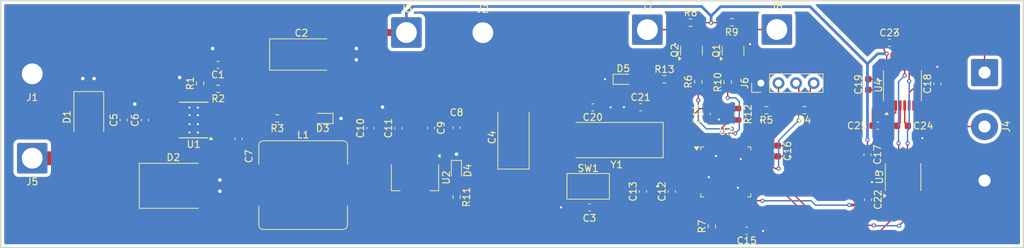
<source format=kicad_pcb>
(kicad_pcb (version 20240108) (generator "pcbnew") (generator_version "8.0")
  (layers (0 "F.Cu" signal) (31 "B.Cu" signal) (34 "B.Paste" user) (35 "F.Paste" user) (36 "B.SilkS" user "B.Silkscreen") (37 "F.SilkS" user "F.Silkscreen") (38 "B.Mask" user) (39 "F.Mask" user) (44 "Edge.Cuts" user))
  (net 0 "")
  (net 1 "+3.3В")
  (net 2 "GND")
  (net 3 "Net-(U1-BOOT)")
  (net 4 "Net-(D2-K)")
  (net 5 "VIN")
  (net 6 "+5В")
  (net 7 "Net-(U3-VDDA)")
  (net 8 "Net-(U3-PD0)")
  (net 9 "Net-(U3-PD1)")
  (net 10 "Net-(U4-C1-)")
  (net 11 "Net-(U4-C1+)")
  (net 12 "Net-(U4-C2-)")
  (net 13 "Net-(U4-C2+)")
  (net 14 "Net-(U4-VS+)")
  (net 15 "Net-(U4-VS-)")
  (net 16 "NRST")
  (net 17 "Net-(D3-A)")
  (net 18 "Net-(D4-A)")
  (net 19 "Net-(D5-A)")
  (net 20 "/SWDIO")
  (net 21 "/SWCLK")
  (net 22 "Net-(Q1-B)")
  (net 23 "Net-(Q2-B)")
  (net 24 "Net-(U1-VSENSE)")
  (net 25 "Net-(U3-BOOT0)")
  (net 26 "Net-(U3-PC13)")
  (net 27 "Net-(U3-PB2)")
  (net 28 "LED_LINE1")
  (net 29 "LED_LINE2")
  (net 30 "ENA")
  (net 34 "RX232_TxD")
  (net 46 "RX232_RxD")
  (net 64 "Net-(U4-T1IN)")
  (net 67 "Net-(U4-R1OUT)")
  (net 68 "Net-(J7-Pin_1)")
  (net 69 "Net-(J8-Pin_1)")
  (net 70 "/TxD")
  (net 71 "/RxD")
  (footprint "Resistor_SMD:R_0603_1608Metric" (layer "F.Cu") (at 101.092 90.6018 90)
    (property "Reference" "R1")
    (property "Value" "3.24 кОм")
  )
  (footprint "LED_SMD:LED_0603_1608Metric" (layer "F.Cu") (at 138.049 103.2257 -90)
    (property "Reference" "D4")
    (property "Value" "LED")
  )
  (footprint "Package_QFP:LQFP-48_7x7mm_P0.5mm" (layer "F.Cu") (at 176.8822 103.4)
    (property "Reference" "U3")
    (property "Value" "STM32F103C8Tx")
  )
  (footprint "Resistor_SMD:R_0603_1608Metric" (layer "F.Cu") (at 177.7458 81.7846 180)
    (property "Reference" "R9")
    (property "Value" "1 кОм")
  )
  (footprint "Capacitor_SMD:C_0603_1608Metric" (layer "F.Cu") (at 164.9442 106.2318 90)
    (property "Reference" "C13")
    (property "Value" "100 нФ")
  )
  (footprint "Resistor_SMD:R_0603_1608Metric" (layer "F.Cu") (at 103.695 91.3892 180)
    (property "Reference" "R2")
    (property "Value" "10 кОм")
  )
  (footprint "LED_SMD:LED_0603_1608Metric" (layer "F.Cu") (at 118.7704 95.6818 180)
    (property "Reference" "D3")
    (property "Value" "LED")
  )
  (footprint "Package_TO_SOT_SMD:SOT-23" (layer "F.Cu") (at 171.9444 85.8763 90)
    (property "Reference" "Q2")
    (property "Value" "S8550")
  )
  (footprint "Resistor_SMD:R_0603_1608Metric" (layer "F.Cu") (at 168.043 90.0142)
    (property "Reference" "R13")
    (property "Value" "1 кОм")
  )
  (footprint "Resistor_SMD:R_0603_1608Metric" (layer "F.Cu") (at 178.6602 95.0688 -90)
    (property "Reference" "R12")
    (property "Value" "10 кОм")
  )
  (footprint "Capacitor_SMD:C_0603_1608Metric" (layer "F.Cu") (at 197.4423 90.7688 90)
    (property "Reference" "C19")
    (property "Value" "100 нФ")
  )
  (footprint "Capacitor_SMD:C_0603_1608Metric" (layer "F.Cu") (at 138.0865 97.0026 -90)
    (property "Reference" "C8")
    (property "Value" "100 нФ")
  )
  (footprint "Package_SO:TSSOP-16_4.4x5mm_P0.65mm" (layer "F.Cu") (at 202.3569 90.9396 90)
    (property "Reference" "U4")
    (property "Value" "MAX3232")
  )
  (footprint "Capacitor_SMD:C_0603_1608Metric" (layer "F.Cu") (at 174.139 95.0434 90)
    (property "Reference" "C14")
    (property "Value" "10 мкФ")
  )
  (footprint "Capacitor_SMD:C_0603_1608Metric" (layer "F.Cu") (at 93.1418 95.9104 90)
    (property "Reference" "C6")
    (property "Value" "4.7 мкФ")
  )
  (footprint "Capacitor_SMD:C_0603_1608Metric" (layer "F.Cu") (at 202.3699 96.7405)
    (property "Reference" "C24")
    (property "Value" "100 нФ")
  )
  (footprint "Resistor_SMD:R_0603_1608Metric" (layer "F.Cu") (at 174.879 111.2774 90)
    (property "Reference" "R7")
    (property "Value" "10 кОм")
  )
  (footprint "Package_SO:TI_SO-PowerPAD-8_ThermalVias" (layer "F.Cu") (at 100.168 95.907 180)
    (property "Reference" "U1")
    (property "Value" "TPS5430DDA")
  )
  (footprint "Capacitor_SMD:C_0603_1608Metric" (layer "F.Cu") (at 129.6791 97.0788 90)
    (property "Reference" "C11")
    (property "Value" "100 нФ")
  )
  (footprint "Capacitor_SMD:C_0603_1608Metric" (layer "F.Cu") (at 197.327901 100.9061 -90)
    (property "Reference" "C17")
    (property "Value" "100 нФ")
  )
  (footprint "Capacitor_SMD:C_0603_1608Metric" (layer "F.Cu") (at 197.404101 107.4085 -90)
    (property "Reference" "C22")
    (property "Value" "100 нФ")
  )
  (footprint "Capacitor_Tantalum_SMD:CP_EIA-7343-43_Kemet-X_Pad2.25x2.55mm_HandSolder" (layer "F.Cu") (at 115.697 86.4362)
    (property "Reference" "C2")
    (property "Value" "1000 мкФ")
  )
  (footprint "Diode_SMD:D_SMB" (layer "F.Cu") (at 85.0392 95.4532 -90)
    (property "Reference" "D1")
    (property "Value" "SMBJ30CA")
  )
  (footprint "Resistor_SMD:R_0603_1608Metric" (layer "F.Cu") (at 177.1616 90.446 90)
    (property "Reference" "R10")
    (property "Value" "3 кОм")
  )
  (footprint "Capacitor_SMD:C_0603_1608Metric" (layer "F.Cu") (at 184.3752 100.3774 -90)
    (property "Reference" "C16")
    (property "Value" "10 мкФ")
  )
  (footprint "Package_TO_SOT_SMD:SOT-223-3_TabPin2" (layer "F.Cu") (at 132.08 104.2162 -90)
    (property "Reference" "U2")
    (property "Value" "AMS1117-3.3")
  )
  (footprint "Connector_PinHeader_2.54mm:PinHeader_1x04_P2.54mm_Vertical" (layer "F.Cu") (at 181.9468 90.573 90)
    (property "Reference" "J6")
    (property "Value" "Отладка SWD")
  )
  (footprint "Button_Switch_SMD:SW_SPST_CK_RS282G05A3" (layer "F.Cu") (at 157.0448 105.4828)
    (property "Reference" "SW1")
    (property "Value" "SW_Push")
  )
  (footprint "Connector_Wire:SolderWire-2.5sqmm_1x01_D2.4mm_OD4.4mm" (layer "F.Cu") (at 141.859 83.2866)
    (property "Reference" "J2")
    (property "Value" "-Пит. панель")
  )
  (footprint "Capacitor_SMD:C_0603_1608Metric" (layer "F.Cu") (at 179.9048 111.909 180)
    (property "Reference" "C15")
    (property "Value" "10 мкФ")
  )
  (footprint "Capacitor_SMD:C_0603_1608Metric" (layer "F.Cu") (at 134.4035 97.0534 -90)
    (property "Reference" "C9")
    (property "Value" "10 мкФ")
  )
  (footprint "Resistor_SMD:R_0603_1608Metric" (layer "F.Cu") (at 112.2172 95.6818 180)
    (property "Reference" "R3")
    (property "Value" "3 кОм")
  )
  (footprint "Capacitor_SMD:C_0603_1608Metric" (layer "F.Cu") (at 200.5033 84.736)
    (property "Reference" "C23")
    (property "Value" "100 нФ")
  )
  (footprint "Capacitor_SMD:C_0603_1608Metric" (layer "F.Cu") (at 207.3991 90.6699 90)
    (property "Reference" "C18")
    (property "Value" "100 нФ")
  )
  (footprint "Capacitor_SMD:C_0603_1608Metric" (layer "F.Cu") (at 157.7052 94.0782 180)
    (property "Reference" "C20")
    (property "Value" "20 пФ")
  )
  (footprint "Connector_Wire:SolderWire-2.5sqmm_1x01_D2.4mm_OD4.4mm" (layer "F.Cu") (at 130.8354 83.2612)
    (property "Reference" "J3")
    (property "Value" "+Пит. панель")
  )
  (footprint "Capacitor_SMD:C_0603_1608Metric" (layer "F.Cu") (at 90.0684 95.9104 90)
    (property "Reference" "C5")
    (property "Value" "4.7 мкФ")
  )
  (footprint "Diode_SMD:D_SMC" (layer "F.Cu") (at 97.2312 105.41)
    (property "Reference" "D2")
    (property "Value" "B340A")
  )
  (footprint "Resistor_SMD:R_0603_1608Metric" (layer "F.Cu") (at 172.9198 90.3576 90)
    (property "Reference" "R6")
    (property "Value" "3 кОм")
  )
  (footprint "Resistor_SMD:R_0603_1608Metric" (layer "F.Cu") (at 138.0744 107.0356 -90)
    (property "Reference" "R11")
    (property "Value" "1 кОм")
  )
  (footprint "Capacitor_SMD:C_0603_1608Metric" (layer "F.Cu") (at 106.6292 98.6282 -90)
    (property "Reference" "C7")
    (property "Value" "0.01 мкФ")
  )
  (footprint "Package_TO_SOT_SMD:SOT-23" (layer "F.Cu") (at 177.9338 85.8971 90)
    (property "Reference" "Q1")
    (property "Value" "S8550")
  )
  (footprint "Capacitor_SMD:C_0603_1608Metric" (layer "F.Cu") (at 125.6405 97.0788 90)
    (property "Reference" "C10")
    (property "Value" "10 мкФ")
  )
  (footprint "Resistor_SMD:R_0603_1608Metric" (layer "F.Cu") (at 188.236 94.4846 180)
    (property "Reference" "R4")
    (property "Value" "10 кОм")
  )
  (footprint "Connector_Wire:SolderWire-1sqmm_1x03_P7.8mm_D1.4mm_OD3.9mm" (layer "F.Cu") (at 214.1982 89.0502 -90)
    (property "Reference" "J4")
    (property "Value" "RS232 Выходы")
  )
  (footprint "Capacitor_Tantalum_SMD:CP_EIA-7343-43_Kemet-X_Pad2.25x2.55mm_HandSolder" (layer "F.Cu") (at 146.2786 98.4091 90)
    (property "Reference" "C4")
    (property "Value" "470 мкФ")
  )
  (footprint "LED_SMD:LED_0603_1608Metric" (layer "F.Cu") (at 162.1247 90.0142)
    (property "Reference" "D5")
    (property "Value" "LED")
  )
  (footprint "Capacitor_SMD:C_0603_1608Metric" (layer "F.Cu") (at 169.1098 106.2318 90)
    (property "Reference" "C12")
    (property "Value" "10 мкФ" (hide yes))
  )
  (footprint "Resistor_SMD:R_0603_1608Metric" (layer "F.Cu") (at 171.8154 81.8354)
    (property "Reference" "R8")
    (property "Value" "1 кОм")
  )
  (footprint "Connector_Wire:SolderWire-2.5sqmm_1x01_D2.4mm_OD4.4mm" (layer "F.Cu") (at 76.8858 89.2302 180)
    (property "Reference" "J1")
    (property "Value" "Земля БС")
  )
  (footprint "Capacitor_SMD:C_0603_1608Metric" (layer "F.Cu") (at 157.2226 108.5308)
    (property "Reference" "C3")
    (property "Value" "10 нФ")
  )
  (footprint "Capacitor_SMD:C_0603_1608Metric" (layer "F.Cu") (at 198.8009 96.7151)
    (property "Reference" "C25")
    (property "Value" "100 нФ")
  )
  (footprint "Resistor_SMD:R_0603_1608Metric" (layer "F.Cu") (at 182.7496 94.4846 180)
    (property "Reference" "R5")
    (property "Value" "10 кОм")
  )
  (footprint "Inductor_SMD:L_Bourns_SRR1260" (layer "F.Cu") (at 115.951 105.3084)
    (property "Reference" "L1")
    (property "Value" "22 мкГн")
  )
  (footprint "Connector_Wire:SolderWire-2.5sqmm_1x01_D2.4mm_OD4.4mm" (layer "F.Cu") (at 76.8858 101.4222 180)
    (property "Reference" "J5")
    (property "Value" "Питание БС")
  )
  (footprint "Connector_Wire:SolderWire-2.5sqmm_1x01_D2.4mm_OD4.4mm" (layer "F.Cu") (at 165.5792 82.8514)
    (property "Reference" "J7")
    (property "Value" "Линия 2")
  )
  (footprint "Capacitor_SMD:C_0603_1608Metric" (layer "F.Cu") (at 103.6574 87.9348 180)
    (property "Reference" "C1")
    (property "Value" "220 мкФ")
  )
  (footprint "Connector_Wire:SolderWire-2.5sqmm_1x01_D2.4mm_OD4.4mm" (layer "F.Cu") (at 184.2482 82.826)
    (property "Reference" "J8")
    (property "Value" "Линия 1")
  )
  (footprint "Package_SO:SOIC-8_3.9x4.9mm_P1.27mm" (layer "F.Cu") (at 202.447501 104.1573 90)
    (property "Reference" "U5")
    (property "Value" "ADuM1201AR")
  )
  (footprint "Capacitor_SMD:C_0603_1608Metric" (layer "F.Cu") (at 164.614 94.0528)
    (property "Reference" "C21")
    (property "Value" "20 пФ")
  )
  (footprint "Crystal:Crystal_SMD_HC49-SD" (layer "F.Cu") (at 161.1596 98.8026 180)
    (property "Reference" "Y1")
    (property "Value" "8 МГц")
  )
  (gr_rect (start 72.3392 78.6638) (end 219.8116 114.3508) (stroke (width 0.2)) (fill none) (layer "Edge.Cuts"))
  (segment (start 189.0742 91.0656) (end 189.0742 94.4714) (width 0.2) (layer "F.Cu") (net 1))
  (segment (start 173.1606 94.2438) (end 178.6602 94.2438) (width 0.2) (layer "F.Cu") (net 1))
  (segment (start 172.0816 95.3228) (end 173.1606 94.2438) (width 0.2) (layer "F.Cu") (net 1))
  (segment (start 186.8012 99.6024) (end 189.061 97.3426) (width 0.2) (layer "F.Cu") (net 1))
  (segment (start 174.1322 100.609529) (end 174.139 100.616329) (width 0.2) (layer "F.Cu") (net 1))
  (segment (start 179.6322 107.5625) (end 179.6322 109.6924) (width 0.2) (layer "F.Cu") (net 1))
  (segment (start 181.0447 100.65) (end 182.35 100.65) (width 0.2) (layer "F.Cu") (net 1))
  (segment (start 132.08 101.0662) (end 132.08 107.3662) (width 0.5) (layer "F.Cu") (net 1))
  (segment (start 146.2786 102.6091) (end 146.2786 107.7722) (width 0.5) (layer "F.Cu") (net 1))
  (segment (start 189.5668 90.573) (end 189.0742 91.0656) (width 0.2) (layer "F.Cu") (net 1))
  (segment (start 182.1623 107.5625) (end 182.1688 107.569) (width 0.2) (layer "F.Cu") (net 1))
  (segment (start 173.3801 99.2375) (end 172.0816 97.939) (width 0.2) (layer "F.Cu") (net 1))
  (segment (start 194.691 108.1786) (end 194.691 108.1278) (width 0.2) (layer "F.Cu") (net 1))
  (segment (start 179.6322 107.5625) (end 182.1623 107.5625) (width 0.2) (layer "F.Cu") (net 1))
  (segment (start 179.6322 105.6166) (end 176.5266 102.511) (width 0.2) (layer "F.Cu") (net 1))
  (segment (start 146.2786 107.7722) (end 150.6088 112.1024) (width 0.5) (layer "F.Cu") (net 1))
  (segment (start 194.7467 108.1835) (end 194.7418 108.1786) (width 0.2) (layer "F.Cu") (net 1))
  (segment (start 150.6088 112.1024) (end 174.879 112.1024) (width 0.5) (layer "F.Cu") (net 1))
  (segment (start 132.08 97.0401) (end 132.08 101.0662) (width 0.5) (layer "F.Cu") (net 1))
  (segment (start 189.0742 94.4714) (end 189.061 94.4846) (width 0.2) (layer "F.Cu") (net 1))
  (segment (start 189.061 94.4846) (end 189.061 97.3426) (width 0.2) (layer "F.Cu") (net 1))
  (segment (start 197.404101 108.1835) (end 200.3249 108.1835) (width 0.2) (layer "F.Cu") (net 1))
  (segment (start 174.139 101.5712) (end 175.0788 102.511) (width 0.2) (layer "F.Cu") (net 1))
  (segment (start 179.1298 111.909) (end 175.0724 111.909) (width 0.2) (layer "F.Cu") (net 1))
  (segment (start 138.0865 96.2276) (end 141.719 96.2276) (width 0.5) (layer "F.Cu") (net 1))
  (segment (start 179.6322 109.6924) (end 179.1298 110.1948) (width 0.2) (layer "F.Cu") (net 1))
  (segment (start 132.5744 107.8606) (end 132.08 107.3662) (width 0.2) (layer "F.Cu") (net 1))
  (segment (start 194.7418 108.1786) (end 194.691 108.1786) (width 0.2) (layer "F.Cu") (net 1))
  (segment (start 141.719 96.2276) (end 146.2786 100.7872) (width 0.5) (layer "F.Cu") (net 1))
  (segment (start 178.3427 100.6949) (end 176.5266 102.511) (width 0.2) (layer "F.Cu") (net 1))
  (segment (start 184.3752 99.6024) (end 186.8012 99.6024) (width 0.2) (layer "F.Cu") (net 1))
  (segment (start 174.1322 99.2375) (end 173.3801 99.2375) (width 0.2) (layer "F.Cu") (net 1))
  (segment (start 197.404101 108.1835) (end 194.7467 108.1835) (width 0.4) (layer "F.Cu") (net 1))
  (segment (start 181.0447 100.65) (end 178.3876 100.65) (width 0.2) (layer "F.Cu") (net 1))
  (segment (start 174.1322 99.2375) (end 174.1322 100.609529) (width 0.2) (layer "F.Cu") (net 1))
  (segment (start 200.3249 108.1835) (end 200.542501 107.965899) (width 0.2) (layer "F.Cu") (net 1))
  (segment (start 179.6322 107.5625) (end 179.6322 105.6166) (width 0.2) (layer "F.Cu") (net 1))
  (segment (start 146.2786 100.7872) (end 146.2786 102.6091) (width 0.5) (layer "F.Cu") (net 1))
  (segment (start 183.3976 99.6024) (end 184.3752 99.6024) (width 0.2) (layer "F.Cu") (net 1))
  (segment (start 174.139 100.616329) (end 174.139 101.5712) (width 0.2) (layer "F.Cu") (net 1))
  (segment (start 138.0744 107.8606) (end 132.5744 107.8606) (width 0.2) (layer "F.Cu") (net 1))
  (segment (start 175.0724 111.909) (end 174.879 112.1024) (width 0.2) (layer "F.Cu") (net 1))
  (segment (start 179.1298 110.1948) (end 179.1298 111.909) (width 0.2) (layer "F.Cu") (net 1))
  (segment (start 134.4543 96.2276) (end 134.4035 96.2784) (width 0.2) (layer "F.Cu") (net 1))
  (segment (start 172.0816 97.939) (end 172.0816 95.3228) (width 0.2) (layer "F.Cu") (net 1))
  (segment (start 132.8417 96.2784) (end 134.4035 96.2784) (width 0.5) (layer "F.Cu") (net 1))
  (segment (start 200.542501 107.965899) (end 200.542501 106.6323) (width 0.2) (layer "F.Cu") (net 1))
  (segment (start 182.35 100.65) (end 183.3976 99.6024) (width 0.2) (layer "F.Cu") (net 1))
  (segment (start 178.3876 100.65) (end 178.3427 100.6949) (width 0.2) (layer "F.Cu") (net 1))
  (segment (start 132.08 97.0401) (end 132.8417 96.2784) (width 0.5) (layer "F.Cu") (net 1))
  (segment (start 175.0788 102.511) (end 176.5266 102.511) (width 0.2) (layer "F.Cu") (net 1))
  (segment (start 138.0865 96.2276) (end 134.4543 96.2276) (width 0.5) (layer "F.Cu") (net 1))
  (segment (start 194.691 108.1278) (end 194.7418 108.1786) (width 0.2) (layer "F.Cu") (net 1))
  (via (at 182.1688 107.569) (size 0.6) (drill 0.3) (layers "F.Cu" "B.Cu") (net 1))
  (via (at 194.691 108.1786) (size 0.6) (drill 0.3) (layers "F.Cu" "B.Cu") (net 1))
  (segment (start 189.8396 108.204) (end 194.6656 108.204) (width 0.2) (layer "B.Cu") (net 1))
  (segment (start 194.6656 108.204) (end 194.691 108.1786) (width 0.2) (layer "B.Cu") (net 1))
  (segment (start 189.2046 107.569) (end 189.8396 108.204) (width 0.2) (layer "B.Cu") (net 1))
  (segment (start 182.1688 107.569) (end 189.2046 107.569) (width 0.2) (layer "B.Cu") (net 1))
  (segment (start 174.6322 100.261) (end 174.6322 99.2375) (width 0.2) (layer "F.Cu") (net 2))
  (segment (start 146.2786 94.2091) (end 143.7899 94.2091) (width 1) (layer "F.Cu") (net 2))
  (segment (start 204.352501 101.6823) (end 204.352501 102.987499) (width 0.2) (layer "F.Cu") (net 2))
  (segment (start 102.8824 87.9348) (end 102.8824 85.5856) (width 0.5) (layer "F.Cu") (net 2))
  (segment (start 204.352501 102.987499) (end 204.0463 103.2937) (width 0.2) (layer "F.Cu") (net 2))
  (segment (start 138.049 100.8501) (end 138.0611 100.838) (width 0.2) (layer "F.Cu") (net 2))
  (segment (start 91.6686 95.1354) (end 93.1418 95.1354) (width 0.5) (layer "F.Cu") (net 2))
  (segment (start 127.3931 94.0308) (end 127.3931 96.2784) (width 0.5) (layer "F.Cu") (net 2))
  (segment (start 186.1018 101.1524) (end 186.0894 101.1524) (width 0.2) (layer "F.Cu") (net 2))
  (segment (start 197.9757 104.8685) (end 197.9676 104.8766) (width 0.2) (layer "F.Cu") (net 2))
  (segment (start 138.0611 97.8538) (end 138.0357 97.8284) (width 0.2) (layer "F.Cu") (net 2))
  (segment (start 97.533 95.207) (end 97.468 95.272) (width 0.2) (layer "F.Cu") (net 2))
  (segment (start 201.2783 84.736) (end 201.2783 83.3795) (width 0.2) (layer "F.Cu") (net 2))
  (segment (start 85.0392 89.916) (end 85.8012 89.916) (width 2) (layer "F.Cu") (net 2))
  (segment (start 174.4438 104.162) (end 174.4558 104.15) (width 0.2) (layer "F.Cu") (net 2))
  (segment (start 167.0276 105.4568) (end 169.1098 105.4568) (width 0.2) (layer "F.Cu") (net 2))
  (segment (start 197.9503 104.8685) (end 197.378701 105.440099) (width 0.2) (layer "F.Cu") (net 2))
  (segment (start 99.568 95.207) (end 97.533 95.207) (width 0.5) (layer "F.Cu") (net 2))
  (segment (start 200.7319 88.0771) (end 200.7319 86.3135) (width 0.2) (layer "F.Cu") (net 2))
  (segment (start 186.077 101.1524) (end 186.1024 101.1648) (width 0.2) (layer "F.Cu") (net 2))
  (segment (start 197.912101 103.2937) (end 198.724901 103.2937) (width 0.2) (layer "F.Cu") (net 2))
  (segment (start 197.327901 102.7095) (end 197.912101 103.2937) (width 0.2) (layer "F.Cu") (net 2))
  (segment (start 174.139 95.8184) (end 175.8792 95.8184) (width 0.2) (layer "F.Cu") (net 2))
  (segment (start 181.9246 95.9456) (end 181.9246 94.4846) (width 0.2) (layer "F.Cu") (net 2))
  (segment (start 101.092 89.7768) (end 98.1588 89.7768) (width 0.5) (layer "F.Cu") (net 2))
  (segment (start 198.7982 89.9938) (end 200.4304 89.9938) (width 0.2) (layer "F.Cu") (net 2))
  (segment (start 166.9756 105.4568) (end 167.0016 105.4828) (width 0.2) (layer "F.Cu") (net 2))
  (segment (start 182.2416 111.909) (end 182.267 111.9344) (width 0.2) (layer "F.Cu") (net 2))
  (segment (start 134.4035 97.8284) (end 138.0357 97.8284) (width 0.5) (layer "F.Cu") (net 2))
  (segment (start 91.694 93.599) (end 91.694 93.599) (width 0.2) (layer "F.Cu") (net 2))
  (segment (start 138.049 102.4382) (end 138.049 100.8501) (width 0.2) (layer "F.Cu") (net 2))
  (segment (start 184.3752 101.1524) (end 186.077 101.1524) (width 0.2) (layer "F.Cu") (net 2))
  (segment (start 181.0447 101.15) (end 179.437 101.15) (width 0.2) (layer "F.Cu") (net 2))
  (segment (start 204.352501 105.165501) (end 204.0555 104.8685) (width 0.2) (layer "F.Cu") (net 2))
  (segment (start 84.1756 89.916) (end 85.0392 89.916) (width 2) (layer "F.Cu") (net 2))
  (segment (start 102.8824 85.5856) (end 102.8954 85.5726) (width 0.2) (layer "F.Cu") (net 2))
  (segment (start 197.404101 106.6335) (end 197.404101 106.6211) (width 0.2) (layer "F.Cu") (net 2))
  (segment (start 205.232 98.5266) (end 205.232 98.552) (width 0.2) (layer "F.Cu") (net 2))
  (segment (start 197.327901 101.6811) (end 197.327901 102.7095) (width 0.2) (layer "F.Cu") (net 2))
  (segment (start 177.9338 84.9596) (end 180.3874 84.9596) (width 0.2) (layer "F.Cu") (net 2))
  (segment (start 85.8012 89.916) (end 85.0392 89.9414) (width 2) (layer "F.Cu") (net 2))
  (segment (start 127.3931 96.2784) (end 127.4185 96.3038) (width 0.2) (layer "F.Cu") (net 2))
  (segment (start 205.232 98.552) (end 211.3302 104.6502) (width 0.2) (layer "F.Cu") (net 2))
  (segment (start 123.571 85.5472) (end 123.571 86.4108) (width 2) (layer "F.Cu") (net 2))
  (segment (start 198.7885 89.9841) (end 198.7982 89.9938) (width 0.2) (layer "F.Cu") (net 2))
  (segment (start 119.5579 95.6818) (end 121.412 95.6818) (width 0.5) (layer "F.Cu") (net 2))
  (segment (start 180.6798 111.909) (end 182.2416 111.909) (width 0.2) (layer "F.Cu") (net 2))
  (segment (start 127.4185 96.3038) (end 129.6791 96.3038) (width 0.5) (layer "F.Cu") (net 2))
  (segment (start 200.7319 89.6923) (end 200.7319 88.0771) (width 0.2) (layer "F.Cu") (net 2))
  (segment (start 103.9159 105.4354) (end 103.9159 106.1974) (width 2) (layer "F.Cu") (net 2))
  (segment (start 141.859 92.2782) (end 141.859 83.2866) (width 1) (layer "F.Cu") (net 2))
  (segment (start 201.2783 83.3795) (end 201.3031 83.3547) (width 0.2) (layer "F.Cu") (net 2))
  (segment (start 198.7788 89.9938) (end 198.7885 89.9841) (width 0.2) (layer "F.Cu") (net 2))
  (segment (start 204.0463 103.2937) (end 198.724901 103.2937) (width 0.2) (layer "F.Cu") (net 2))
  (segment (start 123.571 86.4108) (end 123.571 87.1728) (width 2) (layer "F.Cu") (net 2))
  (segment (start 91.6686 93.6244) (end 91.6686 93.6244) (width 0.2) (layer "F.Cu") (net 2))
  (segment (start 175.4852 101.114) (end 174.6322 100.261) (width 0.2) (layer "F.Cu") (net 2))
  (segment (start 91.6686 93.6244) (end 91.6686 93.599) (width 0.2) (layer "F.Cu") (net 2))
  (segment (start 163.839 94.0528) (end 162.201 94.0528) (width 0.2) (layer "F.Cu") (net 2))
  (segment (start 171.9444 84.9388) (end 169.597 84.9388) (width 0.2) (layer "F.Cu") (net 2))
  (segment (start 160.2706 94.0782) (end 160.3214 94.0782) (width 0.2) (layer "F.Cu") (net 2))
  (segment (start 211.3302 104.6502) (end 214.1982 104.6502) (width 0.2) (layer "F.Cu") (net 2))
  (segment (start 181.9246 95.9456) (end 181.9622 95.9832) (width 0.2) (layer "F.Cu") (net 2))
  (segment (start 182.2924 111.909) (end 182.3432 111.909) (width 0.2) (layer "F.Cu") (net 2))
  (segment (start 204.0555 104.8685) (end 197.9757 104.8685) (width 0.2) (layer "F.Cu") (net 2))
  (segment (start 179.1322 106.1834) (end 178.6348 105.686) (width 0.2) (layer "F.Cu") (net 2))
  (segment (start 134.4035 97.8284) (end 134.4035 101.0427) (width 0.5) (layer "F.Cu") (net 2))
  (segment (start 153.1448 105.4828) (end 153.1448 108.5192) (width 0.2) (layer "F.Cu") (net 2))
  (segment (start 169.597 84.9388) (end 169.5924 84.9342) (width 0.2) (layer "F.Cu") (net 2))
  (segment (start 181.9622 95.9832) (end 181.9622 96.0086) (width 0.2) (layer "F.Cu") (net 2))
  (segment (start 167.0016 105.4828) (end 167.0276 105.4568) (width 0.2) (layer "F.Cu") (net 2))
  (segment (start 204.352501 106.6323) (end 204.352501 105.165501) (width 0.2) (layer "F.Cu") (net 2))
  (segment (start 201.3031 83.3547) (end 201.2783 83.3299) (width 0.2) (layer "F.Cu") (net 2))
  (segment (start 197.404101 106.6211) (end 197.378701 106.5957) (width 0.2) (layer "F.Cu") (net 2))
  (segment (start 174.4318 104.15) (end 174.4438 104.162) (width 0.2) (layer "F.Cu") (net 2))
  (segment (start 205.232 98.5266) (end 205.2066 98.552) (width 0.4) (layer "F.Cu") (net 2))
  (segment (start 91.6686 93.599) (end 91.694 93.599) (width 0.2) (layer "F.Cu") (net 2))
  (segment (start 201.2783 85.7671) (end 201.2783 84.736) (width 0.2) (layer "F.Cu") (net 2))
  (segment (start 197.9676 104.8766) (end 197.9595 104.8685) (width 0.2) (layer "F.Cu") (net 2))
  (segment (start 207.3991 88.2061) (end 207.391 88.2142) (width 0.5) (layer "F.Cu") (net 2))
  (segment (start 201.2783 83.3299) (end 201.2783 83.2791) (width 0.2) (layer "F.Cu") (net 2))
  (segment (start 207.3991 88.2223) (end 207.3991 89.8949) (width 0.2) (layer "F.Cu") (net 2))
  (segment (start 180.3874 84.9596) (end 180.4128 84.9596) (width 0.2) (layer "F.Cu") (net 2))
  (segment (start 91.6686 95.1354) (end 91.6686 93.6244) (width 0.5) (layer "F.Cu") (net 2))
  (segment (start 85.0392 93.3032) (end 85.0392 89.9414) (width 2) (layer "F.Cu") (net 2))
  (segment (start 100.5287 105.4354) (end 103.8905 105.4354) (width 2) (layer "F.Cu") (net 2))
  (segment (start 172.7197 104.15) (end 174.4318 104.15) (width 0.2) (layer "F.Cu") (net 2))
  (segment (start 197.4423 89.9938) (end 198.7788 89.9938) (width 0.2) (layer "F.Cu") (net 2))
  (segment (start 125.6405 96.3038) (end 127.4185 96.3038) (width 0.5) (layer "F.Cu") (net 2))
  (segment (start 161.3372 90.0142) (end 159.4832 90.0142) (width 0.2) (layer "F.Cu") (net 2))
  (segment (start 138.0611 100.838) (end 138.0611 97.8538) (width 0.5) (layer "F.Cu") (net 2))
  (segment (start 200.7319 86.3135) (end 201.2783 85.7671) (width 0.2) (layer "F.Cu") (net 2))
  (segment (start 197.9595 104.8685) (end 197.9503 104.8685) (width 0.2) (layer "F.Cu") (net 2))
  (segment (start 179.1322 107.5625) (end 179.1322 106.1834) (width 0.2) (layer "F.Cu") (net 2))
  (segment (start 153.1448 108.5192) (end 153.1332 108.5308) (width 0.2) (layer "F.Cu") (net 2))
  (segment (start 98.1588 89.7768) (end 98.1456 89.7636) (width 0.2) (layer "F.Cu") (net 2))
  (segment (start 164.9442 105.4568) (end 166.9756 105.4568) (width 0.2) (layer "F.Cu") (net 2))
  (segment (start 186.1024 101.1648) (end 186.1018 101.1524) (width 0.2) (layer "F.Cu") (net 2))
  (segment (start 197.378701 105.440099) (end 197.378701 106.5957) (width 0.2) (layer "F.Cu") (net 2))
  (segment (start 179.437 101.15) (end 179.0412 101.5458) (width 0.2) (layer "F.Cu") (net 2))
  (segment (start 160.2706 94.0782) (end 158.4802 94.0782) (width 0.2) (layer "F.Cu") (net 2))
  (segment (start 204.352501 101.6823) (end 204.352501 99.406099) (width 0.2) (layer "F.Cu") (net 2))
  (segment (start 175.8792 95.8184) (end 175.8916 95.8308) (width 0.2) (layer "F.Cu") (net 2))
  (segment (start 143.7899 94.2091) (end 141.859 92.2782) (width 1) (layer "F.Cu") (net 2))
  (segment (start 153.1332 108.5308) (end 156.4476 108.5308) (width 0.2) (layer "F.Cu") (net 2))
  (segment (start 134.4035 101.0427) (end 134.38 101.0662) (width 0.2) (layer "F.Cu") (net 2))
  (segment (start 200.4304 89.9938) (end 200.7319 89.6923) (width 0.2) (layer "F.Cu") (net 2))
  (segment (start 174.4558 104.15) (end 174.4812 104.15) (width 0.2) (layer "F.Cu") (net 2))
  (segment (start 103.9159 104.5718) (end 103.9159 105.4354) (width 2) (layer "F.Cu") (net 2))
  (segment (start 204.352501 99.406099) (end 205.232 98.5266) (width 0.2) (layer "F.Cu") (net 2))
  (segment (start 120.1838 86.4108) (end 123.5456 86.4108) (width 2) (layer "F.Cu") (net 2))
  (segment (start 90.0684 95.1354) (end 91.6686 95.1354) (width 0.5) (layer "F.Cu") (net 2))
  (segment (start 182.267 111.9344) (end 182.2924 111.909) (width 0.2) (layer "F.Cu") (net 2))
  (segment (start 174.4812 104.15) (end 174.4946 104.1366) (width 0.2) (layer "F.Cu") (net 2))
  (segment (start 207.391 88.2142) (end 207.3991 88.2223) (width 0.5) (layer "F.Cu") (net 2))
  (via (at 167.0016 105.4828) (size 0.6) (drill 0.3) (layers "F.Cu" "B.Cu") (net 2))
  (via (at 178.6348 105.686) (size 0.6) (drill 0.3) (layers "F.Cu" "B.Cu") (net 2))
  (via (at 186.1024 101.1648) (size 0.6) (drill 0.3) (layers "F.Cu" "B.Cu") (net 2))
  (via (at 205.232 98.5266) (size 0.6) (drill 0.3) (layers "F.Cu" "B.Cu") (net 2))
  (via (at 198.7885 89.9841) (size 0.6) (drill 0.3) (layers "F.Cu" "B.Cu") (net 2))
  (via (at 175.4852 101.114) (size 0.6) (drill 0.3) (layers "F.Cu" "B.Cu") (net 2))
  (via (at 85.8012 89.916) (size 1) (drill 0.5) (layers "F.Cu" "B.Cu") (net 2))
  (via (at 123.6218 87.1982) (size 1) (drill 0.5) (layers "F.Cu" "B.Cu") (net 2))
  (via (at 91.6686 93.599) (size 1) (drill 0.5) (layers "F.Cu" "B.Cu") (net 2))
  (via (at 174.4438 104.162) (size 0.6) (drill 0.3) (layers "F.Cu" "B.Cu") (net 2))
  (via (at 179.0412 101.5458) (size 0.6) (drill 0.3) (layers "F.Cu" "B.Cu") (net 2))
  (via (at 162.201 94.0528) (size 0.6) (drill 0.3) (layers "F.Cu" "B.Cu") (net 2))
  (via (at 103.9368 104.5718) (size 1) (drill 0.5) (layers "F.Cu" "B.Cu") (net 2))
  (via (at 182.267 111.9344) (size 0.6) (drill 0.3) (layers "F.Cu" "B.Cu") (net 2))
  (via (at 175.8916 95.8308) (size 0.6) (drill 0.3) (layers "F.Cu" "B.Cu") (net 2))
  (via (at 197.9676 104.8766) (size 0.6) (drill 0.3) (layers "F.Cu" "B.Cu") (net 2))
  (via (at 102.8954 85.5726) (size 1) (drill 0.5) (layers "F.Cu" "B.Cu") (net 2))
  (via (at 84.1756 89.916) (size 1) (drill 0.5) (layers "F.Cu" "B.Cu") (net 2))
  (via (at 121.412 95.6818) (size 1) (drill 0.5) (layers "F.Cu" "B.Cu") (net 2))
  (via (at 159.4832 90.0142) (size 0.6) (drill 0.3) (layers "F.Cu" "B.Cu") (net 2))
  (via (at 103.9368 106.1974) (size 1) (drill 0.5) (layers "F.Cu" "B.Cu") (net 2))
  (via (at 180.3874 84.9596) (size 0.6) (drill 0.3) (layers "F.Cu" "B.Cu") (net 2))
  (via (at 153.1332 108.5308) (size 0.6) (drill 0.3) (layers "F.Cu" "B.Cu") (net 2))
  (via (at 181.9246 95.9456) (size 0.6) (drill 0.3) (layers "F.Cu" "B.Cu") (net 2))
  (via (at 169.5924 84.9342) (size 0.6) (drill 0.3) (layers "F.Cu" "B.Cu") (net 2))
  (via (at 138.0611 100.838) (size 1) (drill 0.5) (layers "F.Cu" "B.Cu") (net 2))
  (via (at 198.724901 103.2937) (size 0.6) (drill 0.3) (layers "F.Cu" "B.Cu") (net 2))
  (via (at 201.3031 83.3547) (size 0.6) (drill 0.3) (layers "F.Cu" "B.Cu") (net 2))
  (via (at 98.1456 89.7636) (size 1) (drill 0.5) (layers "F.Cu" "B.Cu") (net 2))
  (via (at 160.2706 94.0782) (size 0.6) (drill 0.3) (layers "F.Cu" "B.Cu") (net 2))
  (via (at 123.6218 85.5726) (size 1) (drill 0.5) (layers "F.Cu" "B.Cu") (net 2))
  (via (at 207.391 88.2142) (size 0.6) (drill 0.3) (layers "F.Cu" "B.Cu") (net 2))
  (via (at 127.3931 94.0308) (size 1) (drill 0.5) (layers "F.Cu" "B.Cu") (net 2))
  (segment (start 207.391 86.347) (end 204.3987 83.3547) (width 0.2) (layer "B.Cu") (net 2))
  (segment (start 205.232 98.5266) (end 207.391 96.3676) (width 0.2) (layer "B.Cu") (net 2))
  (segment (start 207.391 96.3676) (end 207.391 88.2142) (width 0.2) (layer "B.Cu") (net 2))
  (segment (start 204.3987 83.3547) (end 201.3031 83.3547) (width 0.2) (layer "B.Cu") (net 2))
  (segment (start 198.7885 89.9841) (end 198.724901 90.047699) (width 0.2) (layer "B.Cu") (net 2))
  (segment (start 207.391 88.2142) (end 207.391 86.347) (width 0.2) (layer "B.Cu") (net 2))
  (segment (start 198.724901 90.047699) (end 198.724901 103.2937) (width 0.2) (layer "B.Cu") (net 2))
  (segment (start 106.6292 97.8532) (end 102.9092 97.8532) (width 0.5) (layer "F.Cu") (net 3))
  (segment (start 106.6168 99.4156) (end 106.6292 99.4032) (width 0.5) (layer "F.Cu") (net 4))
  (segment (start 106.6292 103.378) (end 106.6292 99.4032) (width 0.5) (layer "F.Cu") (net 4))
  (segment (start 97.4852 99.4156) (end 106.6168 99.4156) (width 0.5) (layer "F.Cu") (net 4))
  (segment (start 111.101 105.3084) (end 108.5596 105.3084) (width 0.5) (layer "F.Cu") (net 4))
  (segment (start 108.5596 105.3084) (end 106.6292 103.378) (width 0.5) (layer "F.Cu") (net 4))
  (segment (start 95.8342 99.4156) (end 97.4852 99.4156) (width 0.5) (layer "F.Cu") (net 4))
  (segment (start 97.468 97.812) (end 97.4804 97.8244) (width 0.5) (layer "F.Cu") (net 4))
  (segment (start 93.8312 105.41) (end 93.8312 101.4186) (width 0.5) (layer "F.Cu") (net 4))
  (segment (start 97.468 99.3984) (end 97.4852 99.4156) (width 0.5) (layer "F.Cu") (net 4))
  (segment (start 93.8312 101.4186) (end 95.8342 99.4156) (width 0.5) (layer "F.Cu") (net 4))
  (segment (start 97.468 97.812) (end 97.468 99.3984) (width 0.5) (layer "F.Cu") (net 4))
  (segment (start 90.0684 96.6854) (end 90.0554 96.6854) (width 0.5) (layer "F.Cu") (net 5))
  (segment (start 93.1418 96.6854) (end 90.0684 96.6854) (width 0.5) (layer "F.Cu") (net 5))
  (segment (start 97.468 96.542) (end 93.2852 96.542) (width 0.5) (layer "F.Cu") (net 5))
  (segment (start 93.2852 96.542) (end 93.1418 96.6854) (width 0.2) (layer "F.Cu") (net 5))
  (segment (start 89.1376 97.6032) (end 85.0392 97.6032) (width 0.5) (layer "F.Cu") (net 5))
  (segment (start 85.0392 101.4222) (end 85.0392 97.6032) (width 2) (layer "F.Cu") (net 5))
  (segment (start 90.0554 96.6854) (end 89.1376 97.6032) (width 0.5) (layer "F.Cu") (net 5))
  (segment (start 76.8858 101.4222) (end 85.0392 101.4222) (width 2) (layer "F.Cu") (net 5))
  (segment (start 111.497 89.5514) (end 113.8174 91.8718) (width 0.5) (layer "F.Cu") (net 6))
  (segment (start 125.6405 97.8538) (end 129.6791 97.8538) (width 0.5) (layer "F.Cu") (net 6))
  (segment (start 104.52 91.3892) (end 104.52 87.885) (width 0.5) (layer "F.Cu") (net 6))
  (segment (start 177.1108 81.8354) (end 174.7994 81.8354) (width 0.2) (layer "F.Cu") (net 6))
  (segment (start 124.0028 96.4692) (end 125.3874 97.8538) (width 0.5) (layer "F.Cu") (net 6))
  (segment (start 113.8174 91.8718) (end 122.5804 91.8718) (width 0.5) (layer "F.Cu") (net 6))
  (segment (start 174.774 81.8608) (end 174.7486 81.8354) (width 0.2) (layer "F.Cu") (net 6))
  (segment (start 120.801 105.3084) (end 120.801 100.8366) (width 0.5) (layer "F.Cu") (net 6))
  (segment (start 112.7252 83.2612) (end 130.8354 83.2612) (width 1) (layer "F.Cu") (net 6))
  (segment (start 111.497 84.4894) (end 112.7252 83.2612) (width 1) (layer "F.Cu") (net 6))
  (segment (start 200.3087 100.1311) (end 200.542501 100.364901) (width 0.2) (layer "F.Cu") (net 6))
  (segment (start 122.5804 91.8718) (end 124.0028 93.2942) (width 0.5) (layer "F.Cu") (net 6))
  (segment (start 111.3922 93.9678) (end 111.3922 95.6818) (width 0.5) (layer "F.Cu") (net 6))
  (segment (start 105.9688 86.4362) (end 111.497 86.4362) (width 0.5) (layer "F.Cu") (net 6))
  (segment (start 111.3922 98.489) (end 111.3922 95.6818) (width 0.5) (layer "F.Cu") (net 6))
  (segment (start 199.7283 84.736) (end 199.7283 85.8947) (width 0.2) (layer "F.Cu") (net 6))
  (segment (start 177.0854 81.8608) (end 177.1108 81.8354) (width 0.2) (layer "F.Cu") (net 6))
  (segment (start 129.6791 100.9653) (end 129.78 101.0662) (width 0.5) (layer "F.Cu") (net 6))
  (segment (start 111.497 86.4362) (end 111.497 84.4894) (width 1) (layer "F.Cu") (net 6))
  (segment (start 200.0819 86.3285) (end 200.0819 88.0771) (width 0.2) (layer "F.Cu") (net 6))
  (segment (start 104.52 87.885) (end 104.521 87.884) (width 0.5) (layer "F.Cu") (net 6))
  (segment (start 174.7486 81.8354) (end 172.6404 81.8354) (width 0.2) (layer "F.Cu") (net 6))
  (segment (start 200.0819 86.2483) (end 200.0819 86.3245) (width 0.2) (layer "F.Cu") (net 6))
  (segment (start 129.6791 97.8538) (end 129.6791 100.9653) (width 0.5) (layer "F.Cu") (net 6))
  (segment (start 197.3153 98.7471) (end 197.3407 98.7471) (width 0.2) (layer "F.Cu") (net 6))
  (segment (start 197.327901 100.1311) (end 200.3087 100.1311) (width 0.2) (layer "F.Cu") (net 6))
  (segment (start 197.327901 98.759899) (end 197.3153 98.7725) (width 0.2) (layer "F.Cu") (net 6))
  (segment (start 197.3407 98.7471) (end 197.3407 98.7471) (width 0.2) (layer "F.Cu") (net 6))
  (segment (start 200.0819 86.3245) (end 200.0839 86.3265) (width 0.2) (layer "F.Cu") (net 6))
  (segment (start 120.801 100.8366) (end 119.4308 99.4664) (width 0.5) (layer "F.Cu") (net 6))
  (segment (start 200.542501 100.364901) (end 200.542501 101.6823) (width 0.2) (layer "F.Cu") (net 6))
  (segment (start 197.3153 98.7725) (end 197.3153 98.7471) (width 0.2) (layer "F.Cu") (net 6))
  (segment (start 104.52 91.3892) (end 108.8136 91.3892) (width 0.5) (layer "F.Cu") (net 6))
  (segment (start 111.497 86.4362) (end 111.497 89.5514) (width 0.5) (layer "F.Cu") (net 6))
  (segment (start 200.0839 86.3265) (end 200.0819 86.3285) (width 0.2) (layer "F.Cu") (net 6))
  (segment (start 108.8136 91.3892) (end 111.3922 93.9678) (width 0.5) (layer "F.Cu") (net 6))
  (segment (start 174.7994 81.8354) (end 174.774 81.8608) (width 0.2) (layer "F.Cu") (net 6))
  (segment (start 112.3696 99.4664) (end 111.3922 98.489) (width 0.5) (layer "F.Cu") (net 6))
  (segment (start 104.521 87.884) (end 105.9688 86.4362) (width 0.5) (layer "F.Cu") (net 6))
  (segment (start 199.7283 85.8947) (end 200.0819 86.2483) (width 0.2) (layer "F.Cu") (net 6))
  (segment (start 124.0028 93.2942) (end 124.0028 96.4692) (width 0.5) (layer "F.Cu") (net 6))
  (segment (start 119.4308 99.4664) (end 112.3696 99.4664) (width 0.5) (layer "F.Cu") (net 6))
  (segment (start 197.327901 100.1311) (end 197.327901 98.759899) (width 0.2) (layer "F.Cu") (net 6))
  (segment (start 176.8954 81.8608) (end 177.0854 81.8608) (width 0.2) (layer "F.Cu") (net 6))
  (via (at 174.774 81.8608) (size 0.6) (drill 0.3) (layers "F.Cu" "B.Cu") (net 6))
  (via (at 197.3153 98.7471) (size 0.6) (drill 0.3) (layers "F.Cu" "B.Cu") (net 6))
  (via (at 200.0839 86.3265) (size 0.6) (drill 0.3) (layers "F.Cu" "B.Cu") (net 6))
  (segment (start 174.774 80.877) (end 173.399 79.502) (width 0.4) (layer "B.Cu") (net 6))
  (segment (start 200.0839 86.3265) (end 198.7885 86.3265) (width 0.4) (layer "B.Cu") (net 6))
  (segment (start 198.7885 86.3265) (end 197.3153 87.7997) (width 0.4) (layer "B.Cu") (net 6))
  (segment (start 131.7752 79.502) (end 130.8354 80.4418) (width 0.4) (layer "B.Cu") (net 6))
  (segment (start 189.043 79.5274) (end 197.3153 87.7997) (width 0.4) (layer "B.Cu") (net 6))
  (segment (start 174.774 81.8608) (end 174.774 80.877) (width 0.4) (layer "B.Cu") (net 6))
  (segment (start 174.774 80.877) (end 176.1236 79.5274) (width 0.4) (layer "B.Cu") (net 6))
  (segment (start 176.1236 79.5274) (end 189.043 79.5274) (width 0.4) (layer "B.Cu") (net 6))
  (segment (start 130.8354 80.4418) (end 130.8354 83.2612) (width 0.4) (layer "B.Cu") (net 6))
  (segment (start 197.3153 87.7997) (end 197.3153 98.7471) (width 0.4) (layer "B.Cu") (net 6))
  (segment (start 173.399 79.502) (end 131.7752 79.502) (width 0.4) (layer "B.Cu") (net 6))
  (segment (start 170.3798 107.0068) (end 164.9442 107.0068) (width 0.2) (layer "F.Cu") (net 7))
  (segment (start 170.8116 105.305) (end 170.8116 106.575) (width 0.2) (layer "F.Cu") (net 7))
  (segment (start 170.8116 106.575) (end 170.3798 107.0068) (width 0.2) (layer "F.Cu") (net 7))
  (segment (start 171.466601 104.649999) (end 170.8116 105.305) (width 0.2) (layer "F.Cu") (net 7))
  (segment (start 172.7197 104.649999) (end 171.466601 104.649999) (width 0.2) (layer "F.Cu") (net 7))
  (segment (start 172.7197 102.65) (end 172.715799 102.65) (width 0.2) (layer "F.Cu") (net 8))
  (segment (start 165.4096 101.6302) (end 165.4096 98.8026) (width 0.2) (layer "F.Cu") (net 8))
  (segment (start 165.4096 98.8026) (end 165.4096 94.0734) (width 0.2) (layer "F.Cu") (net 8))
  (segment (start 172.669701 102.603902) (end 166.383302 102.603902) (width 0.2) (layer "F.Cu") (net 8))
  (segment (start 166.383302 102.603902) (end 165.4096 101.6302) (width 0.2) (layer "F.Cu") (net 8))
  (segment (start 172.715799 102.65) (end 172.669701 102.603902) (width 0.2) (layer "F.Cu") (net 8))
  (segment (start 165.4096 94.0734) (end 165.389 94.0528) (width 0.2) (layer "F.Cu") (net 8))
  (segment (start 156.994 102.1046) (end 158.0394 103.15) (width 0.2) (layer "F.Cu") (net 9))
  (segment (start 156.9096 98.8026) (end 156.9096 98.8198) (width 0.2) (layer "F.Cu") (net 9))
  (segment (start 156.9096 94.0988) (end 156.9302 94.0782) (width 0.2) (layer "F.Cu") (net 9))
  (segment (start 158.0394 103.15) (end 172.7197 103.15) (width 0.2) (layer "F.Cu") (net 9))
  (segment (start 156.994 98.9042) (end 156.994 102.1046) (width 0.2) (layer "F.Cu") (net 9))
  (segment (start 156.9096 98.8198) (end 156.994 98.9042) (width 0.2) (layer "F.Cu") (net 9))
  (segment (start 156.9096 98.8026) (end 156.9096 94.0988) (width 0.2) (layer "F.Cu") (net 9))
  (segment (start 199.5759 95.9785) (end 199.5759 96.7151) (width 0.2) (layer "F.Cu") (net 10))
  (segment (start 201.3819 93.8021) (end 201.3819 94.8075) (width 0.2) (layer "F.Cu") (net 10))
  (segment (start 201.3819 94.8075) (end 200.8205 95.3689) (width 0.2) (layer "F.Cu") (net 10))
  (segment (start 200.8205 95.3689) (end 200.1855 95.3689) (width 0.2) (layer "F.Cu") (net 10))
  (segment (start 200.1855 95.3689) (end 199.5759 95.9785) (width 0.2) (layer "F.Cu") (net 10))
  (segment (start 200.0819 93.8021) (end 198.5773 93.8021) (width 0.2) (layer "F.Cu") (net 11))
  (segment (start 198.0259 94.3535) (end 198.0259 96.7151) (width 0.2) (layer "F.Cu") (net 11))
  (segment (start 198.5773 93.8021) (end 198.0259 94.3535) (width 0.2) (layer "F.Cu") (net 11))
  (segment (start 202.6819 96.2775) (end 203.1449 96.7405) (width 0.2) (layer "F.Cu") (net 12))
  (segment (start 202.6819 93.8021) (end 202.6819 96.2775) (width 0.2) (layer "F.Cu") (net 12))
  (segment (start 202.0319 93.8021) (end 202.0319 96.3035) (width 0.2) (layer "F.Cu") (net 13))
  (segment (start 202.0319 96.3035) (end 201.5949 96.7405) (width 0.2) (layer "F.Cu") (net 13))
  (segment (start 200.7319 92.1307) (end 200.145 91.5438) (width 0.2) (layer "F.Cu") (net 14))
  (segment (start 200.145 91.5438) (end 197.4423 91.5438) (width 0.2) (layer "F.Cu") (net 14))
  (segment (start 200.7319 93.8021) (end 200.7319 92.1307) (width 0.2) (layer "F.Cu") (net 14))
  (segment (start 203.8301 91.4449) (end 207.3991 91.4449) (width 0.2) (layer "F.Cu") (net 15))
  (segment (start 203.3319 93.8021) (end 203.3319 91.9431) (width 0.2) (layer "F.Cu") (net 15))
  (segment (start 203.3319 91.9431) (end 203.8301 91.4449) (width 0.2) (layer "F.Cu") (net 15))
  (segment (start 157.9976 108.5308) (end 160.3468 108.5308) (width 0.2) (layer "F.Cu") (net 16))
  (segment (start 162.2772 105.4828) (end 160.9448 105.4828) (width 0.2) (layer "F.Cu") (net 16))
  (segment (start 164.11 103.65) (end 162.2772 105.4828) (width 0.2) (layer "F.Cu") (net 16))
  (segment (start 160.3468 108.5308) (end 160.9448 107.9328) (width 0.2) (layer "F.Cu") (net 16))
  (segment (start 172.7197 103.65) (end 164.11 103.65) (width 0.2) (layer "F.Cu") (net 16))
  (segment (start 160.9448 107.9328) (end 160.9448 105.4828) (width 0.2) (layer "F.Cu") (net 16))
  (segment (start 117.9829 95.6818) (end 113.0422 95.6818) (width 0.5) (layer "F.Cu") (net 17))
  (segment (start 138.049 104.0132) (end 138.049 106.1852) (width 0.2) (layer "F.Cu") (net 18))
  (segment (start 138.049 106.1852) (end 138.0744 106.2106) (width 0.2) (layer "F.Cu") (net 18))
  (segment (start 162.9122 90.0142) (end 167.218 90.0142) (width 0.2) (layer "F.Cu") (net 19))
  (segment (start 184.5022 102.9174) (end 183.9688 102.9174) (width 0.2) (layer "F.Cu") (net 20))
  (segment (start 187.4232 90.9694) (end 187.4232 94.4724) (width 0.2) (layer "F.Cu") (net 20))
  (segment (start 182.7014 101.65) (end 181.0447 101.65) (width 0.2) (layer "F.Cu") (net 20))
  (segment (start 187.411 94.4846) (end 187.411 95.97) (width 0.2) (layer "F.Cu") (net 20))
  (segment (start 183.9688 102.9174) (end 182.7014 101.65) (width 0.2) (layer "F.Cu") (net 20))
  (segment (start 187.4232 94.4724) (end 187.411 94.4846) (width 0.2) (layer "F.Cu") (net 20))
  (segment (start 187.0268 90.573) (end 187.4232 90.9694) (width 0.2) (layer "F.Cu") (net 20))
  (via (at 184.5022 102.9174) (size 0.6) (drill 0.3) (layers "F.Cu" "B.Cu") (net 20))
  (via (at 187.411 95.97) (size 0.6) (drill 0.3) (layers "F.Cu" "B.Cu") (net 20))
  (segment (start 184.5022 98.8788) (end 184.5022 102.9174) (width 0.2) (layer "B.Cu") (net 20))
  (segment (start 187.411 95.97) (end 184.5022 98.8788) (width 0.2) (layer "B.Cu") (net 20))
  (segment (start 187.411 95.97) (end 187.4486 95.9324) (width 0.2) (layer "B.Cu") (net 20))
  (segment (start 184.4868 93.5724) (end 183.5746 94.4846) (width 0.2) (layer "F.Cu") (net 21))
  (segment (start 179.6322 99.2375) (end 182.4163 99.2375) (width 0.2) (layer "F.Cu") (net 21))
  (segment (start 184.4868 90.573) (end 184.4868 93.5724) (width 0.2) (layer "F.Cu") (net 21))
  (segment (start 183.5746 98.0792) (end 183.5746 94.4846) (width 0.2) (layer "F.Cu") (net 21))
  (segment (start 182.4163 99.2375) (end 183.5746 98.0792) (width 0.2) (layer "F.Cu") (net 21))
  (segment (start 178.4184 89.621) (end 178.8888 89.1506) (width 0.2) (layer "F.Cu") (net 22))
  (segment (start 177.1616 89.621) (end 178.4184 89.621) (width 0.2) (layer "F.Cu") (net 22))
  (segment (start 178.8888 89.1506) (end 178.8838 89.1456) (width 0.2) (layer "F.Cu") (net 22))
  (segment (start 178.8838 89.1456) (end 178.8838 86.8346) (width 0.2) (layer "F.Cu") (net 22))
  (segment (start 172.8944 89.5072) (end 172.9198 89.5326) (width 0.2) (layer "F.Cu") (net 23))
  (segment (start 172.8944 86.8138) (end 172.8944 89.5072) (width 0.2) (layer "F.Cu") (net 23))
  (segment (start 102.868 94.002) (end 102.868 91.3912) (width 0.5) (layer "F.Cu") (net 24))
  (segment (start 101.1296 91.3892) (end 101.092 91.4268) (width 0.2) (layer "F.Cu") (net 24))
  (segment (start 102.8578 91.4014) (end 102.87 91.3892) (width 0.2) (layer "F.Cu") (net 24))
  (segment (start 102.87 91.3892) (end 101.1296 91.3892) (width 0.5) (layer "F.Cu") (net 24))
  (segment (start 102.868 91.3912) (end 102.87 91.3892) (width 0.2) (layer "F.Cu") (net 24))
  (segment (start 177.4796 95.8938) (end 176.1322 97.2412) (width 0.2) (layer "F.Cu") (net 25))
  (segment (start 176.1322 97.2412) (end 176.1322 99.2375) (width 0.2) (layer "F.Cu") (net 25))
  (segment (start 178.6602 95.8938) (end 177.4796 95.8938) (width 0.2) (layer "F.Cu") (net 25))
  (segment (start 170.6698 101.15) (end 172.7197 101.15) (width 0.2) (layer "F.Cu") (net 26))
  (segment (start 168.868 99.3482) (end 170.6698 101.15) (width 0.2) (layer "F.Cu") (net 26))
  (segment (start 168.868 90.0142) (end 168.868 99.3482) (width 0.2) (layer "F.Cu") (net 26))
  (segment (start 177.6322 107.5625) (end 177.6322 109.5656) (width 0.2) (layer "F.Cu") (net 27))
  (segment (start 174.879 110.4524) (end 174.8956 110.4358) (width 0.2) (layer "F.Cu") (net 27))
  (segment (start 177.6322 109.5656) (end 176.7454 110.4524) (width 0.2) (layer "F.Cu") (net 27))
  (segment (start 176.7454 110.4524) (end 174.879 110.4524) (width 0.2) (layer "F.Cu") (net 27))
  (segment (start 177.1322 98.0446) (end 177.3648 97.812) (width 0.2) (layer "F.Cu") (net 28))
  (segment (start 178.2538 97.8374) (end 178.2792 97.812) (width 0.2) (layer "F.Cu") (net 28))
  (segment (start 177.1616 92.7066) (end 177.1616 92.732) (width 0.2) (layer "F.Cu") (net 28))
  (segment (start 178.2284 97.812) (end 178.2538 97.8374) (width 0.2) (layer "F.Cu") (net 28))
  (segment (start 177.1322 99.2375) (end 177.1322 98.0446) (width 0.2) (layer "F.Cu") (net 28))
  (segment (start 177.3648 97.812) (end 178.2284 97.812) (width 0.2) (layer "F.Cu") (net 28))
  (segment (start 178.2792 97.812) (end 178.33 97.812) (width 0.2) (layer "F.Cu") (net 28))
  (segment (start 177.1616 91.271) (end 177.1616 92.7066) (width 0.2) (layer "F.Cu") (net 28))
  (via (at 177.1616 92.7066) (size 0.6) (drill 0.3) (layers "F.Cu" "B.Cu") (net 28))
  (via (at 178.2538 97.8374) (size 0.6) (drill 0.3) (layers "F.Cu" "B.Cu") (net 28))
  (segment (start 178.3046 92.7066) (end 178.838 93.24) (width 0.2) (layer "B.Cu") (net 28))
  (segment (start 177.1616 92.7066) (end 178.3046 92.7066) (width 0.2) (layer "B.Cu") (net 28))
  (segment (start 178.838 93.24) (end 178.838 97.2532) (width 0.2) (layer "B.Cu") (net 28))
  (segment (start 178.838 97.2532) (end 178.2538 97.8374) (width 0.2) (layer "B.Cu") (net 28))
  (segment (start 176.8822 97.177) (end 177.7712 97.177) (width 0.2) (layer "F.Cu") (net 29))
  (segment (start 177.7712 97.177) (end 177.7458 97.177) (width 0.2) (layer "F.Cu") (net 29))
  (segment (start 176.6322 99.2375) (end 176.6322 97.427) (width 0.2) (layer "F.Cu") (net 29))
  (segment (start 176.6322 97.427) (end 176.8822 97.177) (width 0.2) (layer "F.Cu") (net 29))
  (segment (start 172.9198 93.0656) (end 172.9198 92.7066) (width 0.2) (layer "F.Cu") (net 29))
  (segment (start 172.9198 91.1826) (end 172.9198 93.0656) (width 0.2) (layer "F.Cu") (net 29))
  (via (at 172.9198 93.0656) (size 0.6) (drill 0.3) (layers "F.Cu" "B.Cu") (net 29))
  (via (at 177.7712 97.177) (size 0.6) (drill 0.3) (layers "F.Cu" "B.Cu") (net 29))
  (segment (start 174.0882 97.177) (end 177.7712 97.177) (width 0.2) (layer "B.Cu") (net 29))
  (segment (start 172.9198 96.0086) (end 174.0882 97.177) (width 0.2) (layer "B.Cu") (net 29))
  (segment (start 172.9198 93.0656) (end 172.9198 96.0086) (width 0.2) (layer "B.Cu") (net 29))
  (segment (start 181.0447 103.15) (end 183.1854 103.15) (width 0.2) (layer "F.Cu") (net 34))
  (segment (start 203.082501 109.972499) (end 201.8792 111.1758) (width 0.2) (layer "F.Cu") (net 34))
  (segment (start 183.1854 103.15) (end 191.1604 111.125) (width 0.2) (layer "F.Cu") (net 34))
  (segment (start 203.082501 106.6323) (end 203.082501 109.972499) (width 0.2) (layer "F.Cu") (net 34))
  (segment (start 198.2216 111.125) (end 198.247 111.125) (width 0.2) (layer "F.Cu") (net 34))
  (segment (start 198.247 111.125) (end 198.2724 111.1504) (width 0.2) (layer "F.Cu") (net 34))
  (segment (start 191.1604 111.125) (end 198.2216 111.125) (width 0.2) (layer "F.Cu") (net 34))
  (via (at 201.8792 111.1758) (size 0.6) (drill 0.3) (layers "F.Cu" "B.Cu") (net 34))
  (via (at 198.2216 111.125) (size 0.6) (drill 0.3) (layers "F.Cu" "B.Cu") (net 34))
  (segment (start 198.2724 111.1758) (end 201.8792 111.1758) (width 0.2) (layer "B.Cu") (net 34))
  (segment (start 198.2216 111.125) (end 198.2724 111.1758) (width 0.2) (layer "B.Cu") (net 34))
  (segment (start 199.1614 111.9378) (end 201.812501 109.286699) (width 0.2) (layer "F.Cu") (net 46))
  (segment (start 181.0447 103.65) (end 182.4916 103.65) (width 0.2) (layer "F.Cu") (net 46))
  (segment (start 201.812501 109.286699) (end 201.812501 106.6323) (width 0.2) (layer "F.Cu") (net 46))
  (segment (start 190.7794 111.9378) (end 199.1614 111.9378) (width 0.2) (layer "F.Cu") (net 46))
  (segment (start 182.4916 103.65) (end 190.7794 111.9378) (width 0.2) (layer "F.Cu") (net 46))
  (segment (start 203.082501 101.6823) (end 203.082501 99.2947) (width 0.2) (layer "F.Cu") (net 64))
  (segment (start 203.093701 99.3059) (end 203.093701 99.2551) (width 0.2) (layer "F.Cu") (net 64))
  (segment (start 203.042901 99.2551) (end 203.068301 99.2805) (width 0.2) (layer "F.Cu") (net 64))
  (segment (start 203.093701 99.2551) (end 203.042901 99.2551) (width 0.2) (layer "F.Cu") (net 64))
  (segment (start 203.3319 90.2889) (end 203.3319 88.0771) (width 0.2) (layer "F.Cu") (net 64))
  (segment (start 203.082501 99.2947) (end 203.093701 99.3059) (width 0.2) (layer "F.Cu") (net 64))
  (via (at 203.3319 90.2889) (size 0.6) (drill 0.3) (layers "F.Cu" "B.Cu") (net 64))
  (via (at 203.093701 99.2551) (size 0.6) (drill 0.3) (layers "F.Cu" "B.Cu") (net 64))
  (segment (start 203.093701 97.439099) (end 203.093701 99.2551) (width 0.2) (layer "B.Cu") (net 64))
  (segment (start 203.3351 90.2921) (end 203.3351 97.1977) (width 0.2) (layer "B.Cu") (net 64))
  (segment (start 203.3351 97.1977) (end 203.093701 97.439099) (width 0.2) (layer "B.Cu") (net 64))
  (segment (start 203.3319 90.2889) (end 203.3351 90.2921) (width 0.2) (layer "B.Cu") (net 64))
  (segment (start 202.6819 89.4761) (end 202.6819 88.0771) (width 0.2) (layer "F.Cu") (net 67))
  (segment (start 201.812501 99.2693) (end 201.798301 99.2551) (width 0.2) (layer "F.Cu") (net 67))
  (segment (start 201.812501 101.6823) (end 201.812501 99.2693) (width 0.2) (layer "F.Cu") (net 67))
  (via (at 201.798301 99.2551) (size 0.6) (drill 0.3) (layers "F.Cu" "B.Cu") (net 67))
  (via (at 202.6819 89.4761) (size 0.6) (drill 0.3) (layers "F.Cu" "B.Cu") (net 67))
  (segment (start 202.6819 89.4761) (end 201.798301 90.359699) (width 0.2) (layer "B.Cu") (net 67))
  (segment (start 201.798301 90.359699) (end 201.798301 99.2551) (width 0.2) (layer "B.Cu") (net 67))
  (segment (start 168.9924 82.8514) (end 168.9924 86.2138) (width 0.2) (layer "F.Cu") (net 68))
  (segment (start 169.4654 81.8354) (end 168.9924 82.3084) (width 0.2) (layer "F.Cu") (net 68))
  (segment (start 168.9924 82.3084) (end 168.9924 82.8514) (width 0.2) (layer "F.Cu") (net 68))
  (segment (start 170.9904 81.8354) (end 169.4654 81.8354) (width 0.2) (layer "F.Cu") (net 68))
  (segment (start 168.9924 86.2138) (end 169.5924 86.8138) (width 0.2) (layer "F.Cu") (net 68))
  (segment (start 169.5924 86.8138) (end 170.9944 86.8138) (width 0.2) (layer "F.Cu") (net 68))
  (segment (start 165.5792 82.8514) (end 168.9924 82.8514) (width 0.2) (layer "F.Cu") (net 68))
  (segment (start 175.7346 86.8346) (end 176.9838 86.8346) (width 0.2) (layer "F.Cu") (net 69))
  (segment (start 175.282 83.3594) (end 175.282 86.382) (width 0.2) (layer "F.Cu") (net 69))
  (segment (start 178.584 82.826) (end 175.8154 82.826) (width 0.2) (layer "F.Cu") (net 69))
  (segment (start 184.2482 82.826) (end 178.584 82.826) (width 0.2) (layer "F.Cu") (net 69))
  (segment (start 175.282 86.382) (end 175.7346 86.8346) (width 0.2) (layer "F.Cu") (net 69))
  (segment (start 175.8154 82.826) (end 175.282 83.3594) (width 0.2) (layer "F.Cu") (net 69))
  (segment (start 178.5454 82.7874) (end 178.584 82.826) (width 0.2) (layer "F.Cu") (net 69))
  (segment (start 178.5454 81.8608) (end 178.5454 82.7874) (width 0.2) (layer "F.Cu") (net 69))
  (segment (start 201.3819 88.0771) (end 201.3819 86.6795) (width 0.2) (layer "F.Cu") (net 70))
  (segment (start 203.8096 84.2518) (end 212.0138 84.2518) (width 0.2) (layer "F.Cu") (net 70))
  (segment (start 212.0138 84.2518) (end 214.1982 86.4362) (width 0.2) (layer "F.Cu") (net 70))
  (segment (start 214.1982 86.4362) (end 214.1982 89.0502) (width 0.2) (layer "F.Cu") (net 70))
  (segment (start 201.3819 86.6795) (end 203.8096 84.2518) (width 0.2) (layer "F.Cu") (net 70))
  (segment (start 210.312 95.4786) (end 211.6836 96.8502) (width 0.2) (layer "F.Cu") (net 71))
  (segment (start 208.4324 85.3948) (end 203.5302 85.3948) (width 0.2) (layer "F.Cu") (net 71))
  (segment (start 203.5302 85.3948) (end 202.0319 86.8931) (width 0.2) (layer "F.Cu") (net 71))
  (segment (start 211.6836 96.8502) (end 214.1982 96.8502) (width 0.2) (layer "F.Cu") (net 71))
  (segment (start 210.312 87.2744) (end 210.312 95.4786) (width 0.2) (layer "F.Cu") (net 71))
  (segment (start 208.4324 85.3948) (end 210.312 87.2744) (width 0.2) (layer "F.Cu") (net 71))
  (segment (start 202.0319 86.8931) (end 202.0319 88.0771) (width 0.2) (layer "F.Cu") (net 71))
  (zone (net 2) (net_name "GND") (layer "B.Cu") (connect_pads yes (clearance 0.5)) (min_thickness 0.25) (fill yes (thermal_gap 0.5) (thermal_bridge_width 0.5))
    (polygon (pts (xy 72.3646 78.6638) (xy 219.8116 78.6638) (xy 219.8116 114.3508) (xy 72.3646 114.3508)))
  )
)
</source>
